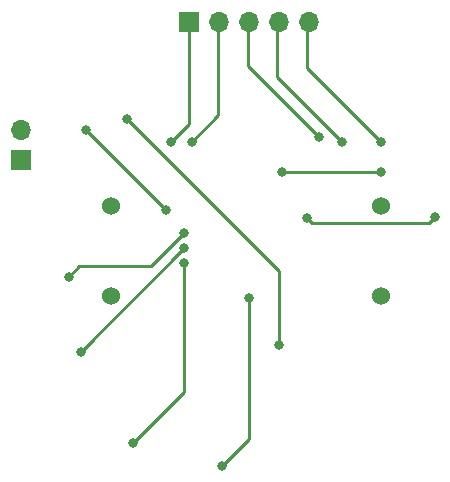
<source format=gbr>
%TF.GenerationSoftware,KiCad,Pcbnew,6.0.11+dfsg-1*%
%TF.CreationDate,2023-12-17T01:10:27-05:00*%
%TF.ProjectId,x27_controller,7832375f-636f-46e7-9472-6f6c6c65722e,rev?*%
%TF.SameCoordinates,Original*%
%TF.FileFunction,Copper,L1,Top*%
%TF.FilePolarity,Positive*%
%FSLAX46Y46*%
G04 Gerber Fmt 4.6, Leading zero omitted, Abs format (unit mm)*
G04 Created by KiCad (PCBNEW 6.0.11+dfsg-1) date 2023-12-17 01:10:27*
%MOMM*%
%LPD*%
G01*
G04 APERTURE LIST*
%TA.AperFunction,ComponentPad*%
%ADD10R,1.700000X1.700000*%
%TD*%
%TA.AperFunction,ComponentPad*%
%ADD11O,1.700000X1.700000*%
%TD*%
%TA.AperFunction,ComponentPad*%
%ADD12C,1.524000*%
%TD*%
%TA.AperFunction,ViaPad*%
%ADD13C,0.800000*%
%TD*%
%TA.AperFunction,Conductor*%
%ADD14C,0.250000*%
%TD*%
G04 APERTURE END LIST*
D10*
%TO.P,J2,1,Pin_1*%
%TO.N,+5V*%
X105918000Y-67310000D03*
D11*
%TO.P,J2,2,Pin_2*%
%TO.N,Earth*%
X105918000Y-64770000D03*
%TD*%
D10*
%TO.P,J1,1,Pin_1*%
%TO.N,Net-(J1-Pad1)*%
X120142000Y-55626000D03*
D11*
%TO.P,J1,2,Pin_2*%
%TO.N,Net-(J1-Pad2)*%
X122682000Y-55626000D03*
%TO.P,J1,3,Pin_3*%
%TO.N,Net-(J1-Pad3)*%
X125222000Y-55626000D03*
%TO.P,J1,4,Pin_4*%
%TO.N,Net-(J1-Pad4)*%
X127762000Y-55626000D03*
%TO.P,J1,5,Pin_5*%
%TO.N,Net-(J1-Pad5)*%
X130302000Y-55626000D03*
%TD*%
D12*
%TO.P,M1,1*%
%TO.N,Net-(M1-Pad1)*%
X136430000Y-71190000D03*
%TO.P,M1,2*%
%TO.N,Net-(M1-Pad2)*%
X136430000Y-78810000D03*
%TO.P,M1,3*%
%TO.N,Net-(M1-Pad3)*%
X113570000Y-78810000D03*
%TO.P,M1,4*%
%TO.N,Net-(M1-Pad4)*%
X113570000Y-71190000D03*
%TD*%
D13*
%TO.N,Earth*%
X111466000Y-64810000D03*
X118247001Y-71591001D03*
%TO.N,+5V*%
X114943000Y-63889000D03*
X127797000Y-83023000D03*
%TO.N,Net-(J1-Pad5)*%
X136398000Y-68326000D03*
X136398000Y-65786000D03*
X128016000Y-68326000D03*
%TO.N,Net-(J1-Pad4)*%
X133096000Y-65786000D03*
%TO.N,Net-(J1-Pad3)*%
X131191000Y-65405000D03*
%TO.N,Net-(J1-Pad2)*%
X120396000Y-65786000D03*
%TO.N,Net-(J1-Pad1)*%
X118626000Y-65778000D03*
%TO.N,Net-(R6-Pad1)*%
X130175000Y-72263000D03*
X140970000Y-72136000D03*
%TO.N,Net-(R7-Pad1)*%
X119761000Y-73533000D03*
X109982000Y-77216000D03*
%TO.N,Net-(R8-Pad1)*%
X119761000Y-74803000D03*
X110998000Y-83566000D03*
%TO.N,Net-(R9-Pad1)*%
X115443000Y-91313000D03*
X119761000Y-76073000D03*
%TO.N,Net-(R10-Pad1)*%
X122936000Y-93218000D03*
X125222000Y-78994000D03*
%TD*%
D14*
%TO.N,Earth*%
X118247001Y-71591001D02*
X118247001Y-71591001D01*
X111466000Y-64810000D02*
X118247001Y-71591001D01*
%TO.N,+5V*%
X127797000Y-76743000D02*
X114943000Y-63889000D01*
X127797000Y-83023000D02*
X127797000Y-76743000D01*
%TO.N,Net-(J1-Pad5)*%
X128016000Y-68326000D02*
X128016000Y-68326000D01*
X130142000Y-59530000D02*
X136398000Y-65786000D01*
X136398000Y-68326000D02*
X128016000Y-68326000D01*
X130142000Y-55626000D02*
X130142000Y-59530000D01*
%TO.N,Net-(J1-Pad4)*%
X127642000Y-60332000D02*
X133096000Y-65786000D01*
X127642000Y-55626000D02*
X127642000Y-60332000D01*
%TO.N,Net-(J1-Pad3)*%
X125142000Y-59356000D02*
X131191000Y-65405000D01*
X125142000Y-55626000D02*
X125142000Y-59356000D01*
%TO.N,Net-(J1-Pad2)*%
X122642000Y-63540000D02*
X120396000Y-65786000D01*
X122642000Y-55626000D02*
X122642000Y-63540000D01*
%TO.N,Net-(J1-Pad1)*%
X120142000Y-64262000D02*
X118626000Y-65778000D01*
X120142000Y-55626000D02*
X120142000Y-64262000D01*
%TO.N,Net-(R6-Pad1)*%
X140970000Y-72136000D02*
X140970000Y-72136000D01*
X130175000Y-72263000D02*
X130574999Y-72662999D01*
X140443001Y-72662999D02*
X140970000Y-72136000D01*
X130574999Y-72662999D02*
X140443001Y-72662999D01*
%TO.N,Net-(R7-Pad1)*%
X109982000Y-77216000D02*
X109982000Y-77216000D01*
X110872999Y-76325001D02*
X109982000Y-77216000D01*
X116968999Y-76325001D02*
X110872999Y-76325001D01*
X119761000Y-73533000D02*
X116968999Y-76325001D01*
%TO.N,Net-(R8-Pad1)*%
X110998000Y-83566000D02*
X110998000Y-83566000D01*
X119761000Y-74803000D02*
X110998000Y-83566000D01*
%TO.N,Net-(R9-Pad1)*%
X115443000Y-91313000D02*
X115316000Y-91440000D01*
X119761000Y-76073000D02*
X119761000Y-86995000D01*
X119761000Y-86995000D02*
X115443000Y-91313000D01*
%TO.N,Net-(R10-Pad1)*%
X122936000Y-93218000D02*
X122936000Y-93218000D01*
X125222000Y-78994000D02*
X125222000Y-90932000D01*
X125222000Y-90932000D02*
X122936000Y-93218000D01*
%TD*%
M02*

</source>
